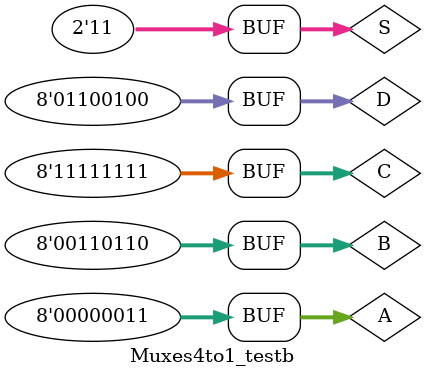
<source format=v>
`timescale 1ns / 1ps

module Muxes4to1_testb;
	//Inputs DEBEN COINCIDIR CON EL QUARTUS FILE
	// TB variables to connect to DUT Inputs
	// STIMULUS Variables
	reg [7:0] A;
	reg [7:0] B;
	reg [7:0] C;
	reg [7:0] D;
	reg [1:0] S;


	wire [7:0] OUT;

// Instantiate the Unit Under TEST (UUT)
// Check file name
Muxes4to1 uut(
	.A(A),
	.B(B),
	.C(C),
	.D(D),
	.S(S),
	.OUT(OUT)
);

initial begin
	// Iniciar inputs
	A = 0;
	B = 0;
	C = 0;
	D = 0;
	S = 0;

	//Poner casos de prueba aquí 
	// Wait 100 ns for global reset to finish
	#100;
        
	// Add stimulus here
		
	A = 3;
	B = 54;
	C = 255;
	D = 100;
		
	#100;
	
	A = 3;
	B = 54;
	C = 255;
	D = 100;
	S = 1;
	
	#100;

	A = 3;
	B = 54;
	C = 255;
	D = 100;
	S = 2;

	#100;

	A = 3;
	B = 54;
	C = 255;
	D = 100;
	S = 3;

	#100;
		
	end
      
endmodule

</source>
